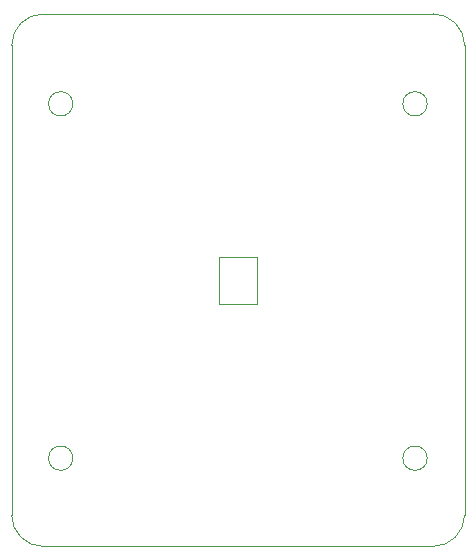
<source format=gbr>
%TF.GenerationSoftware,KiCad,Pcbnew,(5.1.10)-1*%
%TF.CreationDate,2023-05-11T10:09:18-05:00*%
%TF.ProjectId,perovskite_router,7065726f-7673-46b6-9974-655f726f7574,rev?*%
%TF.SameCoordinates,Original*%
%TF.FileFunction,Profile,NP*%
%FSLAX46Y46*%
G04 Gerber Fmt 4.6, Leading zero omitted, Abs format (unit mm)*
G04 Created by KiCad (PCBNEW (5.1.10)-1) date 2023-05-11 10:09:18*
%MOMM*%
%LPD*%
G01*
G04 APERTURE LIST*
%TA.AperFunction,Profile*%
%ADD10C,0.050000*%
%TD*%
G04 APERTURE END LIST*
D10*
X132969000Y-108585000D02*
G75*
G02*
X130302000Y-105918000I0J2667000D01*
G01*
X168656000Y-105918000D02*
G75*
G02*
X165989000Y-108585000I-2667000J0D01*
G01*
X165989000Y-63500000D02*
G75*
G02*
X168656000Y-66167000I0J-2667000D01*
G01*
X130302000Y-66167000D02*
G75*
G02*
X132969000Y-63500000I2667000J0D01*
G01*
X130302000Y-66167000D02*
X130302000Y-105918000D01*
X136271000Y-63500000D02*
X132969000Y-63500000D01*
X136271000Y-108585000D02*
X132969000Y-108585000D01*
X165989000Y-108585000D02*
X136271000Y-108585000D01*
X168656000Y-66167000D02*
X168656000Y-105918000D01*
X136271000Y-63500000D02*
X165989000Y-63500000D01*
X151066500Y-88049100D02*
X147828000Y-88049100D01*
X151066500Y-84112100D02*
X151066500Y-88049100D01*
X147828000Y-84112100D02*
X151066500Y-84112100D01*
X147828000Y-88049100D02*
X147828000Y-84112100D01*
X165483000Y-101117004D02*
G75*
G03*
X165483000Y-101117004I-1030000J0D01*
G01*
X135483000Y-101117004D02*
G75*
G03*
X135483000Y-101117004I-1030000J0D01*
G01*
X165483000Y-71117004D02*
G75*
G03*
X165483000Y-71117004I-1030000J0D01*
G01*
X135483000Y-71117004D02*
G75*
G03*
X135483000Y-71117004I-1030000J0D01*
G01*
M02*

</source>
